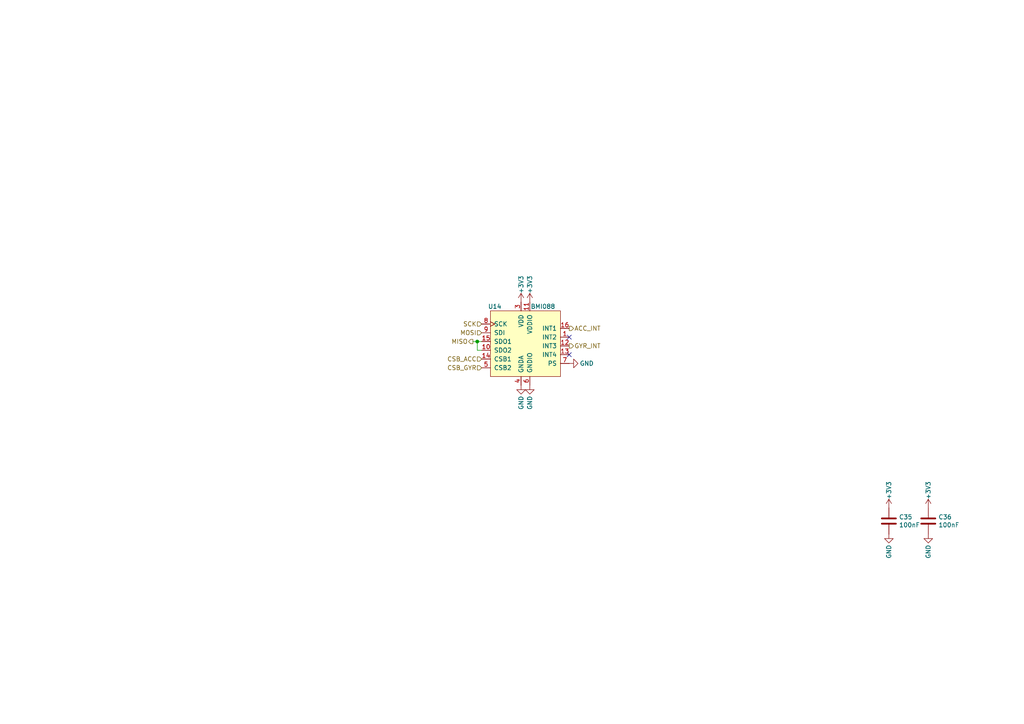
<source format=kicad_sch>
(kicad_sch (version 20211123) (generator eeschema)
  (paper "A4")
  (title_block (date "2022-01-10") (rev "v1.0") (comment 1 "Filippo Volpe"))
  (lib_symbols
    (symbol "Device:C" (pin_numbers hide) (pin_names (offset 0.254))
      (property "Reference" "C" (at 0.635 2.54 0))
      (property "Value" "C" (at 0.635 -2.54 0))
      (symbol "C_0_1"
        (polyline (pts (xy -2.032 -0.762) (xy 2.032 -0.762)) (stroke (width 0.508)))
        (polyline (pts (xy -2.032 0.762) (xy 2.032 0.762)) (stroke (width 0.508)))
      )
      (symbol "C_1_1"
        (pin passive line (at 0 3.81 270) (length 2.794) (name "~") (number "1"))
        (pin passive line (at 0 -3.81 90) (length 2.794) (name "~") (number "2"))
      )
    )
    (symbol "Eagle_Main:BMI088" (pin_names (offset 1.016))
      (property "Reference" "U" (at 8.89 11.43 0))
      (property "Value" "BMI088" (at -6.35 11.43 0))
      (symbol "BMI088_0_1"
        (rectangle (start 10.16 10.16) (end -10.16 -8.89) (fill (type background)))
      )
      (symbol "BMI088_1_1"
        (pin bidirectional line (at 12.7 2.54 180) (length 2.54) (name "INT2") (number "1"))
        (pin output line (at -12.7 -1.27 0) (length 2.54) (name "SDO2") (number "10"))
        (pin power_in line (at 1.27 12.7 270) (length 2.54) (name "VDDIO") (number "11"))
        (pin bidirectional line (at 12.7 0 180) (length 2.54) (name "INT3") (number "12"))
        (pin bidirectional line (at 12.7 -2.54 180) (length 2.54) (name "INT4") (number "13"))
        (pin input line (at -12.7 -3.81 0) (length 2.54) (name "CSB1") (number "14"))
        (pin output line (at -12.7 1.27 0) (length 2.54) (name "SDO1") (number "15"))
        (pin bidirectional line (at 12.7 5.08 180) (length 2.54) (name "INT1") (number "16"))
        (pin power_in line (at -1.27 12.7 270) (length 2.54) (name "VDD") (number "3"))
        (pin passive line (at -1.27 -11.43 90) (length 2.54) (name "GNDA") (number "4"))
        (pin input line (at -12.7 -6.35 0) (length 2.54) (name "CSB2") (number "5"))
        (pin passive line (at 1.27 -11.43 90) (length 2.54) (name "GNDIO") (number "6"))
        (pin input line (at 12.7 -5.08 180) (length 2.54) (name "PS") (number "7"))
        (pin input clock (at -12.7 6.35 0) (length 2.54) (name "SCK") (number "8"))
        (pin input line (at -12.7 3.81 0) (length 2.54) (name "SDI") (number "9"))
      )
    )
    (symbol "power:+3.3V" (power) (pin_names (offset 0))
      (property "Value" "+3.3V" (at 0 3.556 0))
      (symbol "+3.3V_0_1"
        (polyline (pts (xy -0.762 1.27) (xy 0 2.54)))
        (polyline (pts (xy 0 0) (xy 0 2.54)))
        (polyline (pts (xy 0 2.54) (xy 0.762 1.27)))
      )
      (symbol "+3.3V_1_1"
        (pin power_in line (at 0 0 90) (length 0) hide (name "+3V3") (number "1"))
      )
    )
    (symbol "power:GND" (power) (pin_names (offset 0))
      (property "Value" "GND" (at 0 -3.81 0))
      (symbol "GND_0_1"
        (polyline (pts (xy 0 0) (xy 0 -1.27) (xy 1.27 -1.27) (xy 0 -2.54) (xy -1.27 -1.27) (xy 0 -1.27)))
      )
      (symbol "GND_1_1"
        (pin power_in line (at 0 0 270) (length 0) hide (name "GND") (number "1"))
      )
    )
  )
  (junction (at 138.43 99.06))
  (no_connect (at 165.1 97.79))
  (no_connect (at 165.1 102.87))
  (wire (pts (xy 139.7 99.06) (xy 138.43 99.06)))
  (wire (pts (xy 138.43 99.06) (xy 137.16 99.06)))
  (wire (pts (xy 139.7 101.6) (xy 138.43 101.6)))
  (wire (pts (xy 138.43 101.6) (xy 138.43 99.06)))
  (hierarchical_label "SCK" (shape input) (at 139.7 93.98 180))
  (hierarchical_label "CSB_ACC" (shape input) (at 139.7 104.14 180))
  (hierarchical_label "CSB_GYR" (shape input) (at 139.7 106.68 180))
  (hierarchical_label "MOSI" (shape input) (at 139.7 96.52 180))
  (hierarchical_label "MISO" (shape output) (at 137.16 99.06 180))
  (hierarchical_label "ACC_INT" (shape output) (at 165.1 95.25 0))
  (hierarchical_label "GYR_INT" (shape output) (at 165.1 100.33 0))
  (symbol (lib_id "Eagle_Main:BMI088") (at 152.4 100.33 0) (unit 1)
    (property "Reference" "U14" (at 143.51 88.9 0))
    (property "Value" "BMI088" (at 157.48 88.9 0))
    (property "Footprint" "Eagle_Main:Bosch_LGA-16_3x4.5mm_P0.5mm" (effects hide))
  )
  (symbol (lib_id "power:+3.3V") (at 151.13 87.63 0) (unit 1)
    (property "Reference" "#PWR0116" (effects hide))
    (property "Value" "+3.3V" (at 151.13 82.55 90))
  )
  (symbol (lib_id "power:+3.3V") (at 153.67 87.63 0) (unit 1)
    (property "Reference" "#PWR0117" (effects hide))
    (property "Value" "+3.3V" (at 153.67 82.55 90))
  )
  (symbol (lib_id "power:GND") (at 151.13 111.76 0) (unit 1)
    (property "Reference" "#PWR0118" (effects hide))
    (property "Value" "GND" (at 151.13 116.84 90))
  )
  (symbol (lib_id "power:GND") (at 153.67 111.76 0) (unit 1)
    (property "Reference" "#PWR0119" (effects hide))
    (property "Value" "GND" (at 153.67 116.84 90))
  )
  (symbol (lib_id "power:+3.3V") (at 257.81 147.32 0) (unit 1)
    (property "Reference" "#PWR0120" (effects hide))
    (property "Value" "+3.3V" (at 257.81 142.24 90))
  )
  (symbol (lib_id "power:GND") (at 257.81 154.94 0) (unit 1)
    (property "Reference" "#PWR0130" (effects hide))
    (property "Value" "GND" (at 257.81 160.02 90))
  )
  (symbol (lib_id "Device:C") (at 257.81 151.13 0) (unit 1)
    (property "Reference" "C35" (at 260.731 149.9616 0) (effects (justify left)))
    (property "Value" "100nF" (at 260.731 152.273 0) (effects (justify left)))
    (property "Footprint" "Capacitor_SMD:C_0603_1608Metric" (effects hide))
  )
  (symbol (lib_id "power:+3.3V") (at 269.24 147.32 0) (unit 1)
    (property "Reference" "#PWR0131" (effects hide))
    (property "Value" "+3.3V" (at 269.24 142.24 90))
  )
  (symbol (lib_id "power:GND") (at 269.24 154.94 0) (unit 1)
    (property "Reference" "#PWR0132" (effects hide))
    (property "Value" "GND" (at 269.24 160.02 90))
  )
  (symbol (lib_id "Device:C") (at 269.24 151.13 0) (unit 1)
    (property "Reference" "C36" (at 272.161 149.9616 0) (effects (justify left)))
    (property "Value" "100nF" (at 272.161 152.273 0) (effects (justify left)))
    (property "Footprint" "Capacitor_SMD:C_0603_1608Metric" (effects hide))
  )
  (symbol (lib_id "power:GND") (at 165.1 105.41 90) (unit 1)
    (property "Reference" "#PWR0133" (effects hide))
    (property "Value" "GND" (at 170.18 105.41 90))
  )
)
</source>
